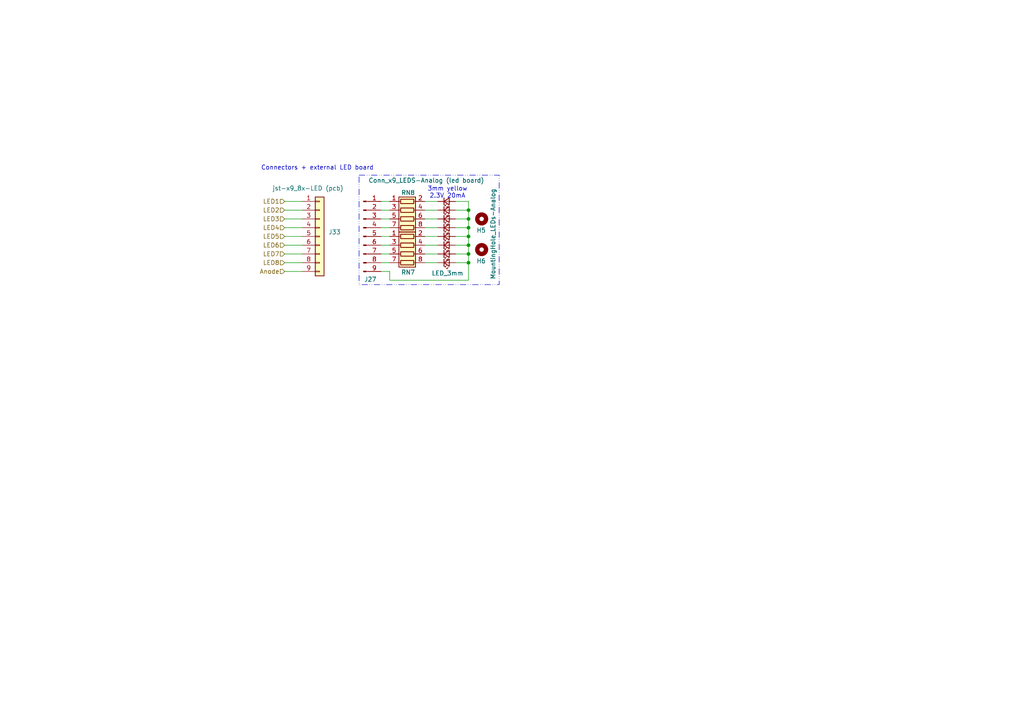
<source format=kicad_sch>
(kicad_sch (version 20231120) (generator "eeschema") (generator_version "8.0")
  (paper "A4")
  (lib_symbols
    (symbol "Connector:Conn_01x09_Pin" (pin_names (offset 1.016) hide)
      (property "Reference" "J" (at 0 12.7 0))
      (property "Value" "Conn_01x09_Pin" (at 0 -12.7 0))
      (symbol "Conn_01x09_Pin_1_1"
        (polyline (pts (xy 1.27 -10.16) (xy 0.8636 -10.16)) (stroke (width 0.1524)))
        (polyline (pts (xy 1.27 -7.62) (xy 0.8636 -7.62)) (stroke (width 0.1524)))
        (polyline (pts (xy 1.27 -5.08) (xy 0.8636 -5.08)) (stroke (width 0.1524)))
        (polyline (pts (xy 1.27 -2.54) (xy 0.8636 -2.54)) (stroke (width 0.1524)))
        (polyline (pts (xy 1.27 0) (xy 0.8636 0)) (stroke (width 0.1524)))
        (polyline (pts (xy 1.27 2.54) (xy 0.8636 2.54)) (stroke (width 0.1524)))
        (polyline (pts (xy 1.27 5.08) (xy 0.8636 5.08)) (stroke (width 0.1524)))
        (polyline (pts (xy 1.27 7.62) (xy 0.8636 7.62)) (stroke (width 0.1524)))
        (polyline (pts (xy 1.27 10.16) (xy 0.8636 10.16)) (stroke (width 0.1524)))
        (rectangle (start 0.8636 -10.033) (end 0 -10.287) (stroke (width 0.1524)) (fill (type outline)))
        (rectangle (start 0.8636 -7.493) (end 0 -7.747) (stroke (width 0.1524)) (fill (type outline)))
        (rectangle (start 0.8636 -4.953) (end 0 -5.207) (stroke (width 0.1524)) (fill (type outline)))
        (rectangle (start 0.8636 -2.413) (end 0 -2.667) (stroke (width 0.1524)) (fill (type outline)))
        (rectangle (start 0.8636 0.127) (end 0 -0.127) (stroke (width 0.1524)) (fill (type outline)))
        (rectangle (start 0.8636 2.667) (end 0 2.413) (stroke (width 0.1524)) (fill (type outline)))
        (rectangle (start 0.8636 5.207) (end 0 4.953) (stroke (width 0.1524)) (fill (type outline)))
        (rectangle (start 0.8636 7.747) (end 0 7.493) (stroke (width 0.1524)) (fill (type outline)))
        (rectangle (start 0.8636 10.287) (end 0 10.033) (stroke (width 0.1524)) (fill (type outline)))
        (pin passive line (at 5.08 10.16 180) (length 3.81) (name "Pin_1") (number "1"))
        (pin passive line (at 5.08 7.62 180) (length 3.81) (name "Pin_2") (number "2"))
        (pin passive line (at 5.08 5.08 180) (length 3.81) (name "Pin_3") (number "3"))
        (pin passive line (at 5.08 2.54 180) (length 3.81) (name "Pin_4") (number "4"))
        (pin passive line (at 5.08 0 180) (length 3.81) (name "Pin_5") (number "5"))
        (pin passive line (at 5.08 -2.54 180) (length 3.81) (name "Pin_6") (number "6"))
        (pin passive line (at 5.08 -5.08 180) (length 3.81) (name "Pin_7") (number "7"))
        (pin passive line (at 5.08 -7.62 180) (length 3.81) (name "Pin_8") (number "8"))
        (pin passive line (at 5.08 -10.16 180) (length 3.81) (name "Pin_9") (number "9"))
      )
    )
    (symbol "Connector_Generic:Conn_01x09" (pin_names (offset 1.016) hide)
      (property "Reference" "J" (at 0 12.7 0))
      (property "Value" "Conn_01x09" (at 0 -12.7 0))
      (symbol "Conn_01x09_1_1"
        (rectangle (start -1.27 -10.033) (end 0 -10.287) (stroke (width 0.1524)))
        (rectangle (start -1.27 -7.493) (end 0 -7.747) (stroke (width 0.1524)))
        (rectangle (start -1.27 -4.953) (end 0 -5.207) (stroke (width 0.1524)))
        (rectangle (start -1.27 -2.413) (end 0 -2.667) (stroke (width 0.1524)))
        (rectangle (start -1.27 0.127) (end 0 -0.127) (stroke (width 0.1524)))
        (rectangle (start -1.27 2.667) (end 0 2.413) (stroke (width 0.1524)))
        (rectangle (start -1.27 5.207) (end 0 4.953) (stroke (width 0.1524)))
        (rectangle (start -1.27 7.747) (end 0 7.493) (stroke (width 0.1524)))
        (rectangle (start -1.27 10.287) (end 0 10.033) (stroke (width 0.1524)))
        (rectangle (start -1.27 11.43) (end 1.27 -11.43) (stroke (width 0.254)) (fill (type background)))
        (pin passive line (at -5.08 10.16 0) (length 3.81) (name "Pin_1") (number "1"))
        (pin passive line (at -5.08 7.62 0) (length 3.81) (name "Pin_2") (number "2"))
        (pin passive line (at -5.08 5.08 0) (length 3.81) (name "Pin_3") (number "3"))
        (pin passive line (at -5.08 2.54 0) (length 3.81) (name "Pin_4") (number "4"))
        (pin passive line (at -5.08 0 0) (length 3.81) (name "Pin_5") (number "5"))
        (pin passive line (at -5.08 -2.54 0) (length 3.81) (name "Pin_6") (number "6"))
        (pin passive line (at -5.08 -5.08 0) (length 3.81) (name "Pin_7") (number "7"))
        (pin passive line (at -5.08 -7.62 0) (length 3.81) (name "Pin_8") (number "8"))
        (pin passive line (at -5.08 -10.16 0) (length 3.81) (name "Pin_9") (number "9"))
      )
    )
    (symbol "Device:LED_Small" (pin_numbers hide) (pin_names (offset 0.254) hide)
      (property "Reference" "D" (at -1.27 3.175 0))
      (property "Value" "LED_Small" (at -4.445 -2.54 0))
      (symbol "LED_Small_0_1"
        (polyline (pts (xy -0.762 -1.016) (xy -0.762 1.016)) (stroke (width 0.254)))
        (polyline (pts (xy 1.016 0) (xy -0.762 0)))
        (polyline (pts (xy 0.762 -1.016) (xy -0.762 0) (xy 0.762 1.016) (xy 0.762 -1.016)) (stroke (width 0.254)))
        (polyline (pts (xy 0 0.762) (xy -0.508 1.27) (xy -0.254 1.27) (xy -0.508 1.27) (xy -0.508 1.016)))
        (polyline (pts (xy 0.508 1.27) (xy 0 1.778) (xy 0.254 1.778) (xy 0 1.778) (xy 0 1.524)))
      )
      (symbol "LED_Small_1_1"
        (pin passive line (at -2.54 0 0) (length 1.778) (name "K") (number "1"))
        (pin passive line (at 2.54 0 180) (length 1.778) (name "A") (number "2"))
      )
    )
    (symbol "Mechanical:MountingHole" (pin_names (offset 1.016)) (exclude_from_sim yes) (in_bom no)
      (property "Reference" "H" (at 0 5.08 0))
      (property "Value" "MountingHole" (at 0 3.175 0))
      (symbol "MountingHole_0_1"
        (circle (center 0 0) (radius 1.27) (stroke (width 1.27)))
      )
    )
    (symbol "custom-symbols:R_Pack04-Parallel-SIL" (pin_names (offset 0) hide)
      (property "Reference" "RN" (at -7.62 0 90))
      (property "Value" "R_Pack04-Parallel-SIL" (at 5.08 0 90))
      (symbol "R_Pack04-Parallel-SIL_0_1"
        (rectangle (start -6.35 -2.413) (end 3.81 2.413) (stroke (width 0.254)) (fill (type background)))
        (rectangle (start -5.715 1.905) (end -4.445 -1.905) (stroke (width 0.254)))
        (rectangle (start -3.175 1.905) (end -1.905 -1.905) (stroke (width 0.254)))
        (rectangle (start -0.635 1.905) (end 0.635 -1.905) (stroke (width 0.254)))
        (polyline (pts (xy -5.08 -2.54) (xy -5.08 -1.905)))
        (polyline (pts (xy -5.08 1.905) (xy -5.08 2.54)))
        (polyline (pts (xy -2.54 -2.54) (xy -2.54 -1.905)))
        (polyline (pts (xy -2.54 1.905) (xy -2.54 2.54)))
        (polyline (pts (xy 0 -2.54) (xy 0 -1.905)))
        (polyline (pts (xy 0 1.905) (xy 0 2.54)))
        (polyline (pts (xy 2.54 -2.54) (xy 2.54 -1.905)))
        (polyline (pts (xy 2.54 1.905) (xy 2.54 2.54)))
        (rectangle (start 1.905 1.905) (end 3.175 -1.905) (stroke (width 0.254)))
      )
      (symbol "R_Pack04-Parallel-SIL_1_1"
        (pin passive line (at -5.08 -5.08 90) (length 2.54) (name "R1.1") (number "1"))
        (pin passive line (at -5.08 5.08 270) (length 2.54) (name "R1.2") (number "2"))
        (pin passive line (at -2.54 -5.08 90) (length 2.54) (name "R2.1") (number "3"))
        (pin passive line (at -2.54 5.08 270) (length 2.54) (name "R2.2") (number "4"))
        (pin passive line (at 0 -5.08 90) (length 2.54) (name "R3.1") (number "5"))
        (pin passive line (at 0 5.08 270) (length 2.54) (name "R3.2") (number "6"))
        (pin passive line (at 2.54 -5.08 90) (length 2.54) (name "R4.1") (number "7"))
        (pin passive line (at 2.54 5.08 270) (length 2.54) (name "R4.2") (number "8"))
      )
    )
  )
  (junction (at 135.89 60.96))
  (junction (at 135.89 63.5))
  (junction (at 135.89 71.12))
  (junction (at 135.89 66.04))
  (junction (at 135.89 73.66))
  (junction (at 135.89 76.2))
  (junction (at 135.89 68.58))
  (wire (pts (xy 135.89 58.42) (xy 132.08 58.42)))
  (wire (pts (xy 110.49 68.58) (xy 113.03 68.58)))
  (wire (pts (xy 123.19 66.04) (xy 127 66.04)))
  (wire (pts (xy 82.55 68.58) (xy 87.63 68.58)))
  (wire (pts (xy 135.89 76.2) (xy 135.89 73.66)))
  (wire (pts (xy 82.55 78.74) (xy 87.63 78.74)))
  (wire (pts (xy 113.03 81.28) (xy 113.03 78.74)))
  (wire (pts (xy 135.89 76.2) (xy 135.89 81.28)))
  (wire (pts (xy 82.55 71.12) (xy 87.63 71.12)))
  (wire (pts (xy 135.89 81.28) (xy 113.03 81.28)))
  (wire (pts (xy 82.55 63.5) (xy 87.63 63.5)))
  (wire (pts (xy 135.89 66.04) (xy 135.89 63.5)))
  (wire (pts (xy 135.89 63.5) (xy 135.89 60.96)))
  (wire (pts (xy 123.19 63.5) (xy 127 63.5)))
  (wire (pts (xy 110.49 60.96) (xy 113.03 60.96)))
  (wire (pts (xy 113.03 78.74) (xy 110.49 78.74)))
  (wire (pts (xy 132.08 63.5) (xy 135.89 63.5)))
  (wire (pts (xy 135.89 73.66) (xy 135.89 71.12)))
  (wire (pts (xy 110.49 58.42) (xy 113.03 58.42)))
  (wire (pts (xy 132.08 66.04) (xy 135.89 66.04)))
  (wire (pts (xy 123.19 68.58) (xy 127 68.58)))
  (wire (pts (xy 110.49 66.04) (xy 113.03 66.04)))
  (wire (pts (xy 82.55 66.04) (xy 87.63 66.04)))
  (wire (pts (xy 135.89 60.96) (xy 135.89 58.42)))
  (wire (pts (xy 110.49 73.66) (xy 113.03 73.66)))
  (wire (pts (xy 110.49 63.5) (xy 113.03 63.5)))
  (wire (pts (xy 132.08 76.2) (xy 135.89 76.2)))
  (wire (pts (xy 123.19 58.42) (xy 127 58.42)))
  (wire (pts (xy 135.89 71.12) (xy 135.89 68.58)))
  (wire (pts (xy 82.55 76.2) (xy 87.63 76.2)))
  (wire (pts (xy 110.49 71.12) (xy 113.03 71.12)))
  (wire (pts (xy 123.19 73.66) (xy 127 73.66)))
  (wire (pts (xy 132.08 71.12) (xy 135.89 71.12)))
  (wire (pts (xy 82.55 73.66) (xy 87.63 73.66)))
  (wire (pts (xy 123.19 71.12) (xy 127 71.12)))
  (wire (pts (xy 123.19 60.96) (xy 127 60.96)))
  (wire (pts (xy 132.08 60.96) (xy 135.89 60.96)))
  (wire (pts (xy 123.19 76.2) (xy 127 76.2)))
  (wire (pts (xy 132.08 68.58) (xy 135.89 68.58)))
  (wire (pts (xy 135.89 68.58) (xy 135.89 66.04)))
  (wire (pts (xy 82.55 58.42) (xy 87.63 58.42)))
  (wire (pts (xy 132.08 73.66) (xy 135.89 73.66)))
  (wire (pts (xy 82.55 60.96) (xy 87.63 60.96)))
  (wire (pts (xy 110.49 76.2) (xy 113.03 76.2)))
  (rectangle (start 104.14 50.8) (end 144.78 82.55) (stroke (width 0) (type dash_dot_dot)))
  (text "3mm yellow\n2.3V 20mA" (at 129.794 55.88 0) (effects (font (size 1.27 1.27))))
  (text "Connectors + external LED board" (at 75.692 48.768 0) (effects (font (size 1.27 1.27)) (justify left)))
  (hierarchical_label "LED5" (shape input) (at 82.55 68.58 180))
  (hierarchical_label "LED2" (shape input) (at 82.55 60.96 180))
  (hierarchical_label "LED3" (shape input) (at 82.55 63.5 180))
  (hierarchical_label "Anode" (shape input) (at 82.55 78.74 180))
  (hierarchical_label "LED4" (shape input) (at 82.55 66.04 180))
  (hierarchical_label "LED8" (shape input) (at 82.55 76.2 180))
  (hierarchical_label "LED6" (shape input) (at 82.55 71.12 180))
  (hierarchical_label "LED7" (shape input) (at 82.55 73.66 180))
  (hierarchical_label "LED1" (shape input) (at 82.55 58.42 180))
  (symbol (lib_id "Device:LED_Small") (at 129.54 68.58 0) (mirror x) (unit 1)
    (property "Reference" "D86" (effects (hide yes)))
    (property "Value" "LED_3mm" (effects (hide yes)))
    (property "Footprint" "LED_THT:LED_D3.0mm_IRGrey" (effects (hide yes)))
    (property "Datasheet" "https://www.conrad.de/de/p/vishay-tlho4400-led-bedrahtet-orange-rund-3-mm-13-mcd-60-30-ma-2-4-v-1125283.html" (effects (hide yes)))
    (property "Description" "Light emitting diode, small symbol" (effects (hide yes)))
    (instances (project "pi-interface-board_v1.0" (path "" (reference "D86") (unit 1)) (path "" (reference "D41") (unit 1))))
  )
  (symbol (lib_id "custom-symbols:R_Pack04-Parallel-SIL") (at 118.11 73.66 270) (unit 1)
    (property "Reference" "RN8" (at 118.364 55.88 90))
    (property "Value" "R_Pack04_47R" (effects (hide yes)))
    (property "Footprint" "Resistor_THT:R_Array_SIP8" (effects (hide yes)))
    (property "Datasheet" "https://www.reichelt.com/be/en/shop/product/resistor_network_4_x_47_ohm_2_sil-8-17936" (effects (hide yes)))
    (property "Description" "4 resistor network, parallel topology" (effects (hide yes)))
    (instances (project "pi-interface-board_v1.0" (path "" (reference "RN8") (unit 1)) (path "" (reference "RN4") (unit 1))))
  )
  (symbol (lib_id "Device:LED_Small") (at 129.54 76.2 0) (mirror x) (unit 1)
    (property "Reference" "D89" (effects (hide yes)))
    (property "Value" "LED_3mm" (at 129.794 79.248 0))
    (property "Footprint" "LED_THT:LED_D3.0mm_IRGrey" (effects (hide yes)))
    (property "Datasheet" "https://www.conrad.de/de/p/vishay-tlho4400-led-bedrahtet-orange-rund-3-mm-13-mcd-60-30-ma-2-4-v-1125283.html" (effects (hide yes)))
    (property "Description" "Light emitting diode, small symbol" (effects (hide yes)))
    (instances (project "pi-interface-board_v1.0" (path "" (reference "D89") (unit 1)) (path "" (reference "D44") (unit 1))))
  )
  (symbol (lib_id "Mechanical:MountingHole") (at 139.7 63.5 0) (unit 1) (exclude_from_sim yes) (in_bom no)
    (property "Reference" "H5" (at 138.176 66.802 0) (effects (justify left)))
    (property "Value" "MountingHole_LEDs-Analog" (at 143.002 81.026 90) (effects (justify left)))
    (property "Footprint" "MountingHole:MountingHole_2mm" (effects (hide yes)))
    (property "Description" "Mounting Hole without connection" (effects (hide yes)))
    (instances (project "pi-interface-board_v1.0" (path "" (reference "H5") (unit 1)) (path "" (reference "H1") (unit 1))))
  )
  (symbol (lib_id "Device:LED_Small") (at 129.54 58.42 0) (mirror x) (unit 1)
    (property "Reference" "D82" (effects (hide yes)))
    (property "Value" "LED_3mm" (effects (hide yes)))
    (property "Footprint" "LED_THT:LED_D3.0mm_IRGrey" (effects (hide yes)))
    (property "Datasheet" "https://www.conrad.de/de/p/vishay-tlho4400-led-bedrahtet-orange-rund-3-mm-13-mcd-60-30-ma-2-4-v-1125283.html" (effects (hide yes)))
    (property "Description" "Light emitting diode, small symbol" (effects (hide yes)))
    (instances (project "pi-interface-board_v1.0" (path "" (reference "D82") (unit 1)) (path "" (reference "D20") (unit 1))))
  )
  (symbol (lib_id "Device:LED_Small") (at 129.54 71.12 0) (mirror x) (unit 1)
    (property "Reference" "D87" (effects (hide yes)))
    (property "Value" "LED_3mm" (effects (hide yes)))
    (property "Footprint" "LED_THT:LED_D3.0mm_IRGrey" (effects (hide yes)))
    (property "Datasheet" "https://www.conrad.de/de/p/vishay-tlho4400-led-bedrahtet-orange-rund-3-mm-13-mcd-60-30-ma-2-4-v-1125283.html" (effects (hide yes)))
    (property "Description" "Light emitting diode, small symbol" (effects (hide yes)))
    (instances (project "pi-interface-board_v1.0" (path "" (reference "D87") (unit 1)) (path "" (reference "D42") (unit 1))))
  )
  (symbol (lib_id "Mechanical:MountingHole") (at 139.7 72.39 0) (unit 1) (exclude_from_sim yes) (in_bom no)
    (property "Reference" "H6" (at 138.176 75.692 0) (effects (justify left)))
    (property "Value" "MountingHole_LEDs-Analog" (effects (hide yes)))
    (property "Footprint" "MountingHole:MountingHole_2mm" (effects (hide yes)))
    (property "Description" "Mounting Hole without connection" (effects (hide yes)))
    (instances (project "pi-interface-board_v1.0" (path "" (reference "H6") (unit 1)) (path "" (reference "H2") (unit 1))))
  )
  (symbol (lib_id "Device:LED_Small") (at 129.54 73.66 0) (mirror x) (unit 1)
    (property "Reference" "D88" (effects (hide yes)))
    (property "Value" "LED_3mm" (effects (hide yes)))
    (property "Footprint" "LED_THT:LED_D3.0mm_IRGrey" (effects (hide yes)))
    (property "Datasheet" "https://www.conrad.de/de/p/vishay-tlho4400-led-bedrahtet-orange-rund-3-mm-13-mcd-60-30-ma-2-4-v-1125283.html" (effects (hide yes)))
    (property "Description" "Light emitting diode, small symbol" (effects (hide yes)))
    (instances (project "pi-interface-board_v1.0" (path "" (reference "D88") (unit 1)) (path "" (reference "D43") (unit 1))))
  )
  (symbol (lib_id "Device:LED_Small") (at 129.54 63.5 0) (mirror x) (unit 1)
    (property "Reference" "D84" (effects (hide yes)))
    (property "Value" "LED_3mm" (effects (hide yes)))
    (property "Footprint" "LED_THT:LED_D3.0mm_IRGrey" (effects (hide yes)))
    (property "Datasheet" "https://www.conrad.de/de/p/vishay-tlho4400-led-bedrahtet-orange-rund-3-mm-13-mcd-60-30-ma-2-4-v-1125283.html" (effects (hide yes)))
    (property "Description" "Light emitting diode, small symbol" (effects (hide yes)))
    (instances (project "pi-interface-board_v1.0" (path "" (reference "D84") (unit 1)) (path "" (reference "D37") (unit 1))))
  )
  (symbol (lib_id "custom-symbols:R_Pack04-Parallel-SIL") (at 118.11 63.5 270) (unit 1)
    (property "Reference" "RN7" (at 118.364 78.994 90))
    (property "Value" "R_Pack04_47R" (effects (hide yes)))
    (property "Footprint" "Resistor_THT:R_Array_SIP8" (effects (hide yes)))
    (property "Datasheet" "https://www.reichelt.com/be/en/shop/product/resistor_network_4_x_47_ohm_2_sil-8-17936" (effects (hide yes)))
    (property "Description" "4 resistor network, parallel topology" (effects (hide yes)))
    (instances (project "pi-interface-board_v1.0" (path "" (reference "RN7") (unit 1)) (path "" (reference "RN1") (unit 1))))
  )
  (symbol (lib_id "Device:LED_Small") (at 129.54 60.96 0) (mirror x) (unit 1)
    (property "Reference" "D83" (effects (hide yes)))
    (property "Value" "LED_3mm" (effects (hide yes)))
    (property "Footprint" "LED_THT:LED_D3.0mm_IRGrey" (effects (hide yes)))
    (property "Datasheet" "https://www.conrad.de/de/p/vishay-tlho4400-led-bedrahtet-orange-rund-3-mm-13-mcd-60-30-ma-2-4-v-1125283.html" (effects (hide yes)))
    (property "Description" "Light emitting diode, small symbol" (effects (hide yes)))
    (instances (project "pi-interface-board_v1.0" (path "" (reference "D83") (unit 1)) (path "" (reference "D30") (unit 1))))
  )
  (symbol (lib_id "Connector:Conn_01x09_Pin") (at 105.41 68.58 0) (unit 1)
    (property "Reference" "J27" (at 109.22 81.026 0) (effects (justify right)))
    (property "Value" "Conn_x9_LEDS-Analog (led board)" (at 140.462 52.324 0) (effects (justify right)))
    (property "Footprint" "Connector_PinHeader_2.54mm:PinHeader_1x09_P2.54mm_Vertical" (effects (hide yes)))
    (property "Description" "Generic connector, single row, 01x09, script generated" (effects (hide yes)))
    (instances (project "pi-interface-board_v1.0" (path "" (reference "J27") (unit 1)) (path "" (reference "J23") (unit 1))))
  )
  (symbol (lib_id "Connector_Generic:Conn_01x09") (at 92.71 68.58 0) (unit 1)
    (property "Reference" "J33" (at 95.25 67.3099 0) (effects (justify left)))
    (property "Value" "jst-x9_8x-LED (pcb)" (at 78.994 54.61 0) (effects (justify left)))
    (property "Footprint" "Connector_JST:JST_XH_B9B-XH-A_1x09_P2.50mm_Vertical" (effects (hide yes)))
    (property "Datasheet" "https://www.ebay.de/itm/183466543983" (effects (hide yes)))
    (property "Description" "Generic connector, single row, 01x09, script generated (kicad-library-utils/schlib/autogen/connector/)" (effects (hide yes)))
    (instances (project "" (path "" (reference "J33") (unit 1)) (path "" (reference "J32") (unit 1))))
  )
  (symbol (lib_id "Device:LED_Small") (at 129.54 66.04 0) (mirror x) (unit 1)
    (property "Reference" "D85" (effects (hide yes)))
    (property "Value" "LED_3mm" (effects (hide yes)))
    (property "Footprint" "LED_THT:LED_D3.0mm_IRGrey" (effects (hide yes)))
    (property "Datasheet" "https://www.conrad.de/de/p/vishay-tlho4400-led-bedrahtet-orange-rund-3-mm-13-mcd-60-30-ma-2-4-v-1125283.html" (effects (hide yes)))
    (property "Description" "Light emitting diode, small symbol" (effects (hide yes)))
    (instances (project "pi-interface-board_v1.0" (path "" (reference "D85") (unit 1)) (path "" (reference "D40") (unit 1))))
  )
)
</source>
